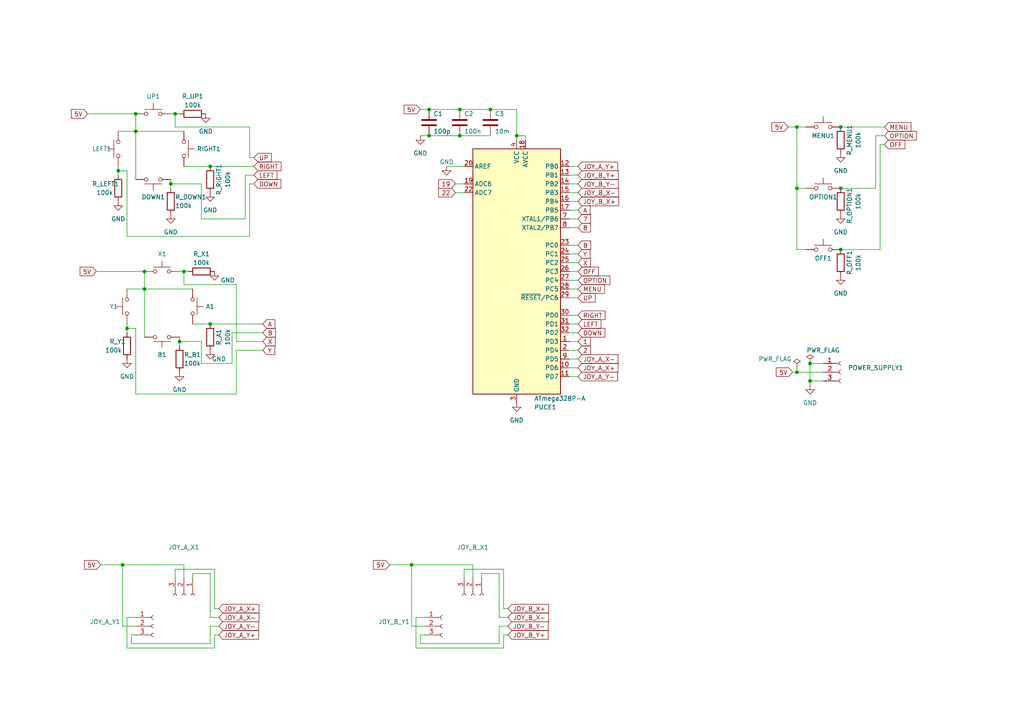
<source format=kicad_sch>
(kicad_sch (version 20211123) (generator eeschema)
  (paper "A4")
  (title_block (title "Mannette de console") (date "2022-10-23") (rev "01") (company "Thibault Tostain") (comment 1 "made by :"))
  (lib_symbols
    (symbol "Connector:Conn_01x03_Female" (pin_names (offset 1.016) hide)
      (property "Reference" "J" (at 0 5.08 0))
      (property "Value" "Conn_01x03_Female" (at 0 -5.08 0))
      (symbol "Conn_01x03_Female_1_1"
        (arc (start 0 -2.032) (mid -0.508 -2.54) (end 0 -3.048) (stroke (width 0.1524)))
        (polyline (pts (xy -1.27 -2.54) (xy -0.508 -2.54)) (stroke (width 0.1524)))
        (polyline (pts (xy -1.27 0) (xy -0.508 0)) (stroke (width 0.1524)))
        (polyline (pts (xy -1.27 2.54) (xy -0.508 2.54)) (stroke (width 0.1524)))
        (arc (start 0 0.508) (mid -0.508 0) (end 0 -0.508) (stroke (width 0.1524)))
        (arc (start 0 3.048) (mid -0.508 2.54) (end 0 2.032) (stroke (width 0.1524)))
        (pin passive line (at -5.08 2.54 0) (length 3.81) (name "Pin_1") (number "1"))
        (pin passive line (at -5.08 0 0) (length 3.81) (name "Pin_2") (number "2"))
        (pin passive line (at -5.08 -2.54 0) (length 3.81) (name "Pin_3") (number "3"))
      )
    )
    (symbol "Device:C" (pin_numbers hide) (pin_names (offset 0.254))
      (property "Reference" "C" (at 0.635 2.54 0))
      (property "Value" "C" (at 0.635 -2.54 0))
      (symbol "C_0_1"
        (polyline (pts (xy -2.032 -0.762) (xy 2.032 -0.762)) (stroke (width 0.508)))
        (polyline (pts (xy -2.032 0.762) (xy 2.032 0.762)) (stroke (width 0.508)))
      )
      (symbol "C_1_1"
        (pin passive line (at 0 3.81 270) (length 2.794) (name "~") (number "1"))
        (pin passive line (at 0 -3.81 90) (length 2.794) (name "~") (number "2"))
      )
    )
    (symbol "Device:R" (pin_numbers hide) (pin_names (offset 0))
      (property "Reference" "R" (at 2.032 0 90))
      (property "Value" "R" (at 0 0 90))
      (symbol "R_0_1"
        (rectangle (start -1.016 -2.54) (end 1.016 2.54) (stroke (width 0.254)))
      )
      (symbol "R_1_1"
        (pin passive line (at 0 3.81 270) (length 1.27) (name "~") (number "1"))
        (pin passive line (at 0 -3.81 90) (length 1.27) (name "~") (number "2"))
      )
    )
    (symbol "MCU_Microchip_ATmega:ATmega328P-A"
      (property "Reference" "U" (at -12.7 36.83 0))
      (property "Value" "ATmega328P-A" (at 2.54 -36.83 0))
      (symbol "ATmega328P-A_0_1"
        (rectangle (start -12.7 -35.56) (end 12.7 35.56) (stroke (width 0.254)) (fill (type background)))
      )
      (symbol "ATmega328P-A_1_1"
        (pin bidirectional line (at 15.24 -20.32 180) (length 2.54) (name "PD3") (number "1"))
        (pin bidirectional line (at 15.24 -27.94 180) (length 2.54) (name "PD6") (number "10"))
        (pin bidirectional line (at 15.24 -30.48 180) (length 2.54) (name "PD7") (number "11"))
        (pin bidirectional line (at 15.24 30.48 180) (length 2.54) (name "PB0") (number "12"))
        (pin bidirectional line (at 15.24 27.94 180) (length 2.54) (name "PB1") (number "13"))
        (pin bidirectional line (at 15.24 25.4 180) (length 2.54) (name "PB2") (number "14"))
        (pin bidirectional line (at 15.24 22.86 180) (length 2.54) (name "PB3") (number "15"))
        (pin bidirectional line (at 15.24 20.32 180) (length 2.54) (name "PB4") (number "16"))
        (pin bidirectional line (at 15.24 17.78 180) (length 2.54) (name "PB5") (number "17"))
        (pin power_in line (at 2.54 38.1 270) (length 2.54) (name "AVCC") (number "18"))
        (pin input line (at -15.24 25.4 0) (length 2.54) (name "ADC6") (number "19"))
        (pin bidirectional line (at 15.24 -22.86 180) (length 2.54) (name "PD4") (number "2"))
        (pin passive line (at -15.24 30.48 0) (length 2.54) (name "AREF") (number "20"))
        (pin passive line (at 0 -38.1 90) (length 2.54) hide (name "GND") (number "21"))
        (pin input line (at -15.24 22.86 0) (length 2.54) (name "ADC7") (number "22"))
        (pin bidirectional line (at 15.24 7.62 180) (length 2.54) (name "PC0") (number "23"))
        (pin bidirectional line (at 15.24 5.08 180) (length 2.54) (name "PC1") (number "24"))
        (pin bidirectional line (at 15.24 2.54 180) (length 2.54) (name "PC2") (number "25"))
        (pin bidirectional line (at 15.24 0 180) (length 2.54) (name "PC3") (number "26"))
        (pin bidirectional line (at 15.24 -2.54 180) (length 2.54) (name "PC4") (number "27"))
        (pin bidirectional line (at 15.24 -5.08 180) (length 2.54) (name "PC5") (number "28"))
        (pin bidirectional line (at 15.24 -7.62 180) (length 2.54) (name "~{RESET}/PC6") (number "29"))
        (pin power_in line (at 0 -38.1 90) (length 2.54) (name "GND") (number "3"))
        (pin bidirectional line (at 15.24 -12.7 180) (length 2.54) (name "PD0") (number "30"))
        (pin bidirectional line (at 15.24 -15.24 180) (length 2.54) (name "PD1") (number "31"))
        (pin bidirectional line (at 15.24 -17.78 180) (length 2.54) (name "PD2") (number "32"))
        (pin power_in line (at 0 38.1 270) (length 2.54) (name "VCC") (number "4"))
        (pin passive line (at 0 -38.1 90) (length 2.54) hide (name "GND") (number "5"))
        (pin passive line (at 0 38.1 270) (length 2.54) hide (name "VCC") (number "6"))
        (pin bidirectional line (at 15.24 15.24 180) (length 2.54) (name "XTAL1/PB6") (number "7"))
        (pin bidirectional line (at 15.24 12.7 180) (length 2.54) (name "XTAL2/PB7") (number "8"))
        (pin bidirectional line (at 15.24 -25.4 180) (length 2.54) (name "PD5") (number "9"))
      )
    )
    (symbol "Switch:SW_Push" (pin_numbers hide) (pin_names (offset 1.016) hide)
      (property "Reference" "SW" (at 1.27 2.54 0))
      (property "Value" "SW_Push" (at 0 -1.524 0))
      (symbol "SW_Push_0_1"
        (circle (center -2.032 0) (radius 0.508))
        (polyline (pts (xy 0 1.27) (xy 0 3.048)))
        (polyline (pts (xy 2.54 1.27) (xy -2.54 1.27)))
        (circle (center 2.032 0) (radius 0.508))
        (pin passive line (at -5.08 0 0) (length 2.54) (name "1") (number "1"))
        (pin passive line (at 5.08 0 180) (length 2.54) (name "2") (number "2"))
      )
    )
    (symbol "power:GND" (power) (pin_names (offset 0))
      (property "Value" "GND" (at 0 -3.81 0))
      (symbol "GND_0_1"
        (polyline (pts (xy 0 0) (xy 0 -1.27) (xy 1.27 -1.27) (xy 0 -2.54) (xy -1.27 -1.27) (xy 0 -1.27)))
      )
      (symbol "GND_1_1"
        (pin power_in line (at 0 0 270) (length 0) hide (name "GND") (number "1"))
      )
    )
    (symbol "power:PWR_FLAG" (power) (pin_numbers hide) (pin_names (offset 0) hide)
      (property "Value" "PWR_FLAG" (at 0 3.81 0))
      (symbol "PWR_FLAG_0_0"
        (pin power_out line (at 0 0 90) (length 0) (name "pwr") (number "1"))
      )
      (symbol "PWR_FLAG_0_1"
        (polyline (pts (xy 0 0) (xy 0 1.27) (xy -1.016 1.905) (xy 0 2.54) (xy 1.016 1.905) (xy 0 1.27)))
      )
    )
  )
  (junction (at 231.14 36.83))
  (junction (at 124.46 31.75))
  (junction (at 36.83 95.25))
  (junction (at 119.38 163.83))
  (junction (at 53.34 78.74))
  (junction (at 243.84 36.83))
  (junction (at 49.53 53.34))
  (junction (at 149.86 39.37))
  (junction (at 60.96 93.98))
  (junction (at 35.56 163.83))
  (junction (at 231.14 54.61))
  (junction (at 142.24 31.75))
  (junction (at 41.91 83.82))
  (junction (at 41.91 78.74))
  (junction (at 52.07 99.06))
  (junction (at 50.8 33.02))
  (junction (at 243.84 54.61))
  (junction (at 124.46 39.37))
  (junction (at 34.29 49.53))
  (junction (at 60.96 48.26))
  (junction (at 243.84 72.39))
  (junction (at 133.35 31.75))
  (junction (at 234.95 110.49))
  (junction (at 39.37 38.1))
  (junction (at 133.35 39.37))
  (junction (at 39.37 33.02))
  (junction (at 231.14 107.95))
  (junction (at 234.95 105.41))
  (wire (pts (xy 60.96 166.37) (xy 55.88 166.37)))
  (wire (pts (xy 231.14 107.95) (xy 231.14 106.68)))
  (wire (pts (xy 234.95 111.76) (xy 234.95 110.49)))
  (wire (pts (xy 137.16 163.83) (xy 119.38 163.83)))
  (wire (pts (xy 72.39 53.34) (xy 72.39 68.58)))
  (wire (pts (xy 165.1 93.98) (xy 167.64 93.98)))
  (wire (pts (xy 39.37 38.1) (xy 39.37 52.07)))
  (wire (pts (xy 50.8 165.1) (xy 50.8 167.64)))
  (wire (pts (xy 39.37 38.1) (xy 53.34 38.1)))
  (wire (pts (xy 35.56 181.61) (xy 35.56 163.83)))
  (wire (pts (xy 231.14 72.39) (xy 233.68 72.39)))
  (wire (pts (xy 165.1 73.66) (xy 167.64 73.66)))
  (wire (pts (xy 39.37 184.15) (xy 38.1 184.15)))
  (wire (pts (xy 58.42 105.41) (xy 58.42 99.06)))
  (wire (pts (xy 228.6 36.83) (xy 231.14 36.83)))
  (wire (pts (xy 38.1 186.69) (xy 60.96 186.69)))
  (wire (pts (xy 52.07 97.79) (xy 52.07 99.06)))
  (wire (pts (xy 165.1 53.34) (xy 167.64 53.34)))
  (wire (pts (xy 76.2 99.06) (xy 68.58 99.06)))
  (wire (pts (xy 132.08 55.88) (xy 134.62 55.88)))
  (wire (pts (xy 147.32 179.07) (xy 144.78 179.07)))
  (wire (pts (xy 68.58 82.55) (xy 53.34 82.55)))
  (wire (pts (xy 152.4 40.64) (xy 152.4 39.37)))
  (wire (pts (xy 165.1 81.28) (xy 167.64 81.28)))
  (wire (pts (xy 165.1 104.14) (xy 167.64 104.14)))
  (wire (pts (xy 49.53 52.07) (xy 49.53 53.34)))
  (wire (pts (xy 53.34 78.74) (xy 54.61 78.74)))
  (wire (pts (xy 165.1 55.88) (xy 167.64 55.88)))
  (wire (pts (xy 243.84 36.83) (xy 256.54 36.83)))
  (wire (pts (xy 58.42 63.5) (xy 58.42 53.34)))
  (wire (pts (xy 50.8 36.83) (xy 50.8 33.02)))
  (wire (pts (xy 123.19 184.15) (xy 121.92 184.15)))
  (wire (pts (xy 137.16 167.64) (xy 137.16 163.83)))
  (wire (pts (xy 52.07 78.74) (xy 53.34 78.74)))
  (wire (pts (xy 149.86 39.37) (xy 152.4 39.37)))
  (wire (pts (xy 255.27 72.39) (xy 243.84 72.39)))
  (wire (pts (xy 231.14 36.83) (xy 233.68 36.83)))
  (wire (pts (xy 53.34 163.83) (xy 35.56 163.83)))
  (wire (pts (xy 165.1 96.52) (xy 167.64 96.52)))
  (wire (pts (xy 123.19 181.61) (xy 119.38 181.61)))
  (wire (pts (xy 144.78 181.61) (xy 147.32 181.61)))
  (wire (pts (xy 165.1 78.74) (xy 167.64 78.74)))
  (wire (pts (xy 39.37 95.25) (xy 36.83 95.25)))
  (wire (pts (xy 60.96 181.61) (xy 60.96 186.69)))
  (wire (pts (xy 149.86 31.75) (xy 142.24 31.75)))
  (wire (pts (xy 36.83 95.25) (xy 36.83 96.52)))
  (wire (pts (xy 144.78 181.61) (xy 144.78 186.69)))
  (wire (pts (xy 73.66 50.8) (xy 71.12 50.8)))
  (wire (pts (xy 132.08 53.34) (xy 134.62 53.34)))
  (wire (pts (xy 41.91 83.82) (xy 41.91 97.79)))
  (wire (pts (xy 120.65 179.07) (xy 123.19 179.07)))
  (wire (pts (xy 34.29 48.26) (xy 34.29 49.53)))
  (wire (pts (xy 165.1 91.44) (xy 167.64 91.44)))
  (wire (pts (xy 165.1 76.2) (xy 167.64 76.2)))
  (wire (pts (xy 165.1 99.06) (xy 167.64 99.06)))
  (wire (pts (xy 165.1 86.36) (xy 167.64 86.36)))
  (wire (pts (xy 53.34 82.55) (xy 53.34 78.74)))
  (wire (pts (xy 72.39 68.58) (xy 36.83 68.58)))
  (wire (pts (xy 53.34 167.64) (xy 53.34 163.83)))
  (wire (pts (xy 62.23 165.1) (xy 50.8 165.1)))
  (wire (pts (xy 146.05 184.15) (xy 146.05 187.96)))
  (wire (pts (xy 36.83 83.82) (xy 41.91 83.82)))
  (wire (pts (xy 144.78 179.07) (xy 144.78 166.37)))
  (wire (pts (xy 73.66 53.34) (xy 72.39 53.34)))
  (wire (pts (xy 35.56 163.83) (xy 29.21 163.83)))
  (wire (pts (xy 165.1 106.68) (xy 167.64 106.68)))
  (wire (pts (xy 60.96 93.98) (xy 76.2 93.98)))
  (wire (pts (xy 165.1 101.6) (xy 167.64 101.6)))
  (wire (pts (xy 124.46 39.37) (xy 133.35 39.37)))
  (wire (pts (xy 165.1 60.96) (xy 167.64 60.96)))
  (wire (pts (xy 55.88 166.37) (xy 55.88 167.64)))
  (wire (pts (xy 55.88 93.98) (xy 60.96 93.98)))
  (wire (pts (xy 165.1 63.5) (xy 167.64 63.5)))
  (wire (pts (xy 76.2 101.6) (xy 68.58 101.6)))
  (wire (pts (xy 147.32 184.15) (xy 146.05 184.15)))
  (wire (pts (xy 229.87 107.95) (xy 231.14 107.95)))
  (wire (pts (xy 254 54.61) (xy 243.84 54.61)))
  (wire (pts (xy 133.35 31.75) (xy 142.24 31.75)))
  (wire (pts (xy 68.58 114.3) (xy 39.37 114.3)))
  (wire (pts (xy 41.91 83.82) (xy 55.88 83.82)))
  (wire (pts (xy 62.23 184.15) (xy 62.23 187.96)))
  (wire (pts (xy 255.27 41.91) (xy 255.27 72.39)))
  (wire (pts (xy 27.94 78.74) (xy 41.91 78.74)))
  (wire (pts (xy 58.42 99.06) (xy 52.07 99.06)))
  (wire (pts (xy 68.58 99.06) (xy 68.58 82.55)))
  (wire (pts (xy 67.31 105.41) (xy 58.42 105.41)))
  (wire (pts (xy 72.39 45.72) (xy 72.39 36.83)))
  (wire (pts (xy 36.83 187.96) (xy 36.83 179.07)))
  (wire (pts (xy 34.29 49.53) (xy 34.29 50.8)))
  (wire (pts (xy 50.8 33.02) (xy 52.07 33.02)))
  (wire (pts (xy 133.35 39.37) (xy 142.24 39.37)))
  (wire (pts (xy 231.14 107.95) (xy 238.76 107.95)))
  (wire (pts (xy 38.1 184.15) (xy 38.1 186.69)))
  (wire (pts (xy 165.1 83.82) (xy 167.64 83.82)))
  (wire (pts (xy 234.95 105.41) (xy 238.76 105.41)))
  (wire (pts (xy 149.86 31.75) (xy 149.86 39.37)))
  (wire (pts (xy 36.83 49.53) (xy 34.29 49.53)))
  (wire (pts (xy 134.62 165.1) (xy 134.62 167.64)))
  (wire (pts (xy 63.5 179.07) (xy 60.96 179.07)))
  (wire (pts (xy 234.95 105.41) (xy 234.95 110.49)))
  (wire (pts (xy 49.53 33.02) (xy 50.8 33.02)))
  (wire (pts (xy 129.54 48.26) (xy 134.62 48.26)))
  (wire (pts (xy 60.96 48.26) (xy 73.66 48.26)))
  (wire (pts (xy 39.37 114.3) (xy 39.37 95.25)))
  (wire (pts (xy 256.54 39.37) (xy 254 39.37)))
  (wire (pts (xy 139.7 166.37) (xy 139.7 167.64)))
  (wire (pts (xy 60.96 181.61) (xy 63.5 181.61)))
  (wire (pts (xy 120.65 187.96) (xy 120.65 179.07)))
  (wire (pts (xy 52.07 99.06) (xy 52.07 100.33)))
  (wire (pts (xy 71.12 63.5) (xy 58.42 63.5)))
  (wire (pts (xy 62.23 176.53) (xy 62.23 165.1)))
  (wire (pts (xy 49.53 53.34) (xy 49.53 54.61)))
  (wire (pts (xy 165.1 48.26) (xy 167.64 48.26)))
  (wire (pts (xy 53.34 48.26) (xy 60.96 48.26)))
  (wire (pts (xy 60.96 179.07) (xy 60.96 166.37)))
  (wire (pts (xy 121.92 184.15) (xy 121.92 186.69)))
  (wire (pts (xy 146.05 165.1) (xy 134.62 165.1)))
  (wire (pts (xy 25.4 33.02) (xy 39.37 33.02)))
  (wire (pts (xy 72.39 36.83) (xy 50.8 36.83)))
  (wire (pts (xy 165.1 50.8) (xy 167.64 50.8)))
  (wire (pts (xy 165.1 66.04) (xy 167.64 66.04)))
  (wire (pts (xy 119.38 181.61) (xy 119.38 163.83)))
  (wire (pts (xy 149.86 39.37) (xy 149.86 40.64)))
  (wire (pts (xy 34.29 38.1) (xy 39.37 38.1)))
  (wire (pts (xy 62.23 187.96) (xy 36.83 187.96)))
  (wire (pts (xy 146.05 176.53) (xy 146.05 165.1)))
  (wire (pts (xy 121.92 186.69) (xy 144.78 186.69)))
  (wire (pts (xy 234.95 110.49) (xy 238.76 110.49)))
  (wire (pts (xy 39.37 181.61) (xy 35.56 181.61)))
  (wire (pts (xy 147.32 176.53) (xy 146.05 176.53)))
  (wire (pts (xy 68.58 101.6) (xy 68.58 114.3)))
  (wire (pts (xy 71.12 50.8) (xy 71.12 63.5)))
  (wire (pts (xy 165.1 58.42) (xy 167.64 58.42)))
  (wire (pts (xy 124.46 31.75) (xy 133.35 31.75)))
  (wire (pts (xy 231.14 54.61) (xy 233.68 54.61)))
  (wire (pts (xy 121.92 31.75) (xy 124.46 31.75)))
  (wire (pts (xy 39.37 33.02) (xy 39.37 38.1)))
  (wire (pts (xy 165.1 71.12) (xy 167.64 71.12)))
  (wire (pts (xy 36.83 179.07) (xy 39.37 179.07)))
  (wire (pts (xy 36.83 68.58) (xy 36.83 49.53)))
  (wire (pts (xy 121.92 39.37) (xy 124.46 39.37)))
  (wire (pts (xy 63.5 176.53) (xy 62.23 176.53)))
  (wire (pts (xy 119.38 163.83) (xy 113.03 163.83)))
  (wire (pts (xy 254 39.37) (xy 254 54.61)))
  (wire (pts (xy 256.54 41.91) (xy 255.27 41.91)))
  (wire (pts (xy 146.05 187.96) (xy 120.65 187.96)))
  (wire (pts (xy 41.91 78.74) (xy 41.91 83.82)))
  (wire (pts (xy 231.14 36.83) (xy 231.14 54.61)))
  (wire (pts (xy 73.66 45.72) (xy 72.39 45.72)))
  (wire (pts (xy 67.31 96.52) (xy 67.31 105.41)))
  (wire (pts (xy 76.2 96.52) (xy 67.31 96.52)))
  (wire (pts (xy 58.42 53.34) (xy 49.53 53.34)))
  (wire (pts (xy 63.5 184.15) (xy 62.23 184.15)))
  (wire (pts (xy 144.78 166.37) (xy 139.7 166.37)))
  (wire (pts (xy 165.1 109.22) (xy 167.64 109.22)))
  (wire (pts (xy 231.14 54.61) (xy 231.14 72.39)))
  (wire (pts (xy 36.83 93.98) (xy 36.83 95.25)))
  (global_label "5V" (shape input) (at 229.87 107.95 180) (property "Intersheet References" "${INTERSHEET_REFS}" (effects hide)))
  (global_label "A" (shape input) (at 167.64 60.96 0) (property "Intersheet References" "${INTERSHEET_REFS}" (effects hide)))
  (global_label "OFF" (shape input) (at 167.64 78.74 0) (property "Intersheet References" "${INTERSHEET_REFS}" (effects hide)))
  (global_label "JOY_B_Y+" (shape input) (at 167.64 50.8 0) (property "Intersheet References" "${INTERSHEET_REFS}" (effects hide)))
  (global_label "DOWN" (shape input) (at 73.66 53.34 0) (property "Intersheet References" "${INTERSHEET_REFS}" (effects hide)))
  (global_label "JOY_A_X-" (shape input) (at 167.64 104.14 0) (property "Intersheet References" "${INTERSHEET_REFS}" (effects hide)))
  (global_label "Y" (shape input) (at 76.2 101.6 0) (property "Intersheet References" "${INTERSHEET_REFS}" (effects hide)))
  (global_label "OPTION" (shape input) (at 256.54 39.37 0) (property "Intersheet References" "${INTERSHEET_REFS}" (effects hide)))
  (global_label "JOY_A_Y+" (shape input) (at 63.5 184.15 0) (property "Intersheet References" "${INTERSHEET_REFS}" (effects hide)))
  (global_label "JOY_B_Y-" (shape input) (at 147.32 181.61 0) (property "Intersheet References" "${INTERSHEET_REFS}" (effects hide)))
  (global_label "JOY_A_X+" (shape input) (at 63.5 176.53 0) (property "Intersheet References" "${INTERSHEET_REFS}" (effects hide)))
  (global_label "7" (shape input) (at 167.64 63.5 0) (property "Intersheet References" "${INTERSHEET_REFS}" (effects hide)))
  (global_label "JOY_A_X-" (shape input) (at 63.5 179.07 0) (property "Intersheet References" "${INTERSHEET_REFS}" (effects hide)))
  (global_label "Y" (shape input) (at 167.64 73.66 0) (property "Intersheet References" "${INTERSHEET_REFS}" (effects hide)))
  (global_label "JOY_A_Y+" (shape input) (at 167.64 48.26 0) (property "Intersheet References" "${INTERSHEET_REFS}" (effects hide)))
  (global_label "JOY_A_Y-" (shape input) (at 63.5 181.61 0) (property "Intersheet References" "${INTERSHEET_REFS}" (effects hide)))
  (global_label "5V" (shape input) (at 121.92 31.75 180) (property "Intersheet References" "${INTERSHEET_REFS}" (effects hide)))
  (global_label "X" (shape input) (at 167.64 76.2 0) (property "Intersheet References" "${INTERSHEET_REFS}" (effects hide)))
  (global_label "OFF" (shape input) (at 256.54 41.91 0) (property "Intersheet References" "${INTERSHEET_REFS}" (effects hide)))
  (global_label "A" (shape input) (at 76.2 93.98 0) (property "Intersheet References" "${INTERSHEET_REFS}" (effects hide)))
  (global_label "JOY_B_X+" (shape input) (at 147.32 176.53 0) (property "Intersheet References" "${INTERSHEET_REFS}" (effects hide)))
  (global_label "MENU" (shape input) (at 256.54 36.83 0) (property "Intersheet References" "${INTERSHEET_REFS}" (effects hide)))
  (global_label "5V" (shape input) (at 25.4 33.02 180) (property "Intersheet References" "${INTERSHEET_REFS}" (effects hide)))
  (global_label "JOY_B_X+" (shape input) (at 167.64 58.42 0) (property "Intersheet References" "${INTERSHEET_REFS}" (effects hide)))
  (global_label "B" (shape input) (at 76.2 96.52 0) (property "Intersheet References" "${INTERSHEET_REFS}" (effects hide)))
  (global_label "X" (shape input) (at 76.2 99.06 0) (property "Intersheet References" "${INTERSHEET_REFS}" (effects hide)))
  (global_label "JOY_B_X-" (shape input) (at 147.32 179.07 0) (property "Intersheet References" "${INTERSHEET_REFS}" (effects hide)))
  (global_label "8" (shape input) (at 167.64 66.04 0) (property "Intersheet References" "${INTERSHEET_REFS}" (effects hide)))
  (global_label "LEFT" (shape input) (at 73.66 50.8 0) (property "Intersheet References" "${INTERSHEET_REFS}" (effects hide)))
  (global_label "19" (shape input) (at 132.08 53.34 180) (property "Intersheet References" "${INTERSHEET_REFS}" (effects hide)))
  (global_label "MENU" (shape input) (at 167.64 83.82 0) (property "Intersheet References" "${INTERSHEET_REFS}" (effects hide)))
  (global_label "1" (shape input) (at 167.64 99.06 0) (property "Intersheet References" "${INTERSHEET_REFS}" (effects hide)))
  (global_label "2" (shape input) (at 167.64 101.6 0) (property "Intersheet References" "${INTERSHEET_REFS}" (effects hide)))
  (global_label "22" (shape input) (at 132.08 55.88 180) (property "Intersheet References" "${INTERSHEET_REFS}" (effects hide)))
  (global_label "RIGHT" (shape input) (at 167.64 91.44 0) (property "Intersheet References" "${INTERSHEET_REFS}" (effects hide)))
  (global_label "JOY_B_Y-" (shape input) (at 167.64 53.34 0) (property "Intersheet References" "${INTERSHEET_REFS}" (effects hide)))
  (global_label "5V" (shape input) (at 27.94 78.74 180) (property "Intersheet References" "${INTERSHEET_REFS}" (effects hide)))
  (global_label "B" (shape input) (at 167.64 71.12 0) (property "Intersheet References" "${INTERSHEET_REFS}" (effects hide)))
  (global_label "UP" (shape input) (at 73.66 45.72 0) (property "Intersheet References" "${INTERSHEET_REFS}" (effects hide)))
  (global_label "5V" (shape input) (at 29.21 163.83 180) (property "Intersheet References" "${INTERSHEET_REFS}" (effects hide)))
  (global_label "5V" (shape input) (at 228.6 36.83 180) (property "Intersheet References" "${INTERSHEET_REFS}" (effects hide)))
  (global_label "JOY_A_Y-" (shape input) (at 167.64 109.22 0) (property "Intersheet References" "${INTERSHEET_REFS}" (effects hide)))
  (global_label "UP" (shape input) (at 167.64 86.36 0) (property "Intersheet References" "${INTERSHEET_REFS}" (effects hide)))
  (global_label "JOY_B_X-" (shape input) (at 167.64 55.88 0) (property "Intersheet References" "${INTERSHEET_REFS}" (effects hide)))
  (global_label "JOY_B_Y+" (shape input) (at 147.32 184.15 0) (property "Intersheet References" "${INTERSHEET_REFS}" (effects hide)))
  (global_label "RIGHT" (shape input) (at 73.66 48.26 0) (property "Intersheet References" "${INTERSHEET_REFS}" (effects hide)))
  (global_label "JOY_A_X+" (shape input) (at 167.64 106.68 0) (property "Intersheet References" "${INTERSHEET_REFS}" (effects hide)))
  (global_label "5V" (shape input) (at 113.03 163.83 180) (property "Intersheet References" "${INTERSHEET_REFS}" (effects hide)))
  (global_label "OPTION" (shape input) (at 167.64 81.28 0) (property "Intersheet References" "${INTERSHEET_REFS}" (effects hide)))
  (global_label "DOWN" (shape input) (at 167.64 96.52 0) (property "Intersheet References" "${INTERSHEET_REFS}" (effects hide)))
  (global_label "LEFT" (shape input) (at 167.64 93.98 0) (property "Intersheet References" "${INTERSHEET_REFS}" (effects hide)))
  (symbol (lib_id "Device:R") (at 60.96 97.79 0) (unit 1)
    (property "Reference" "R_A1" (at 63.5 97.79 90))
    (property "Value" "100k" (at 66.04 97.79 90))
    (property "Footprint" "Resistor_THT:R_Axial_DIN0411_L9.9mm_D3.6mm_P15.24mm_Horizontal" (effects hide))
  )
  (symbol (lib_id "Switch:SW_Push") (at 46.99 97.79 180) (unit 1)
    (property "Reference" "B1" (at 46.99 102.87 0))
    (property "Value" "SW_Push" (effects hide))
    (property "Footprint" "Button_Switch_THT:SW_PUSH_6mm_H9.5mm" (effects hide))
  )
  (symbol (lib_id "power:GND") (at 49.53 62.23 0) (unit 1)
    (property "Reference" "#PWR02" (effects hide))
    (property "Value" "GND" (at 49.53 67.31 0))
  )
  (symbol (lib_id "power:PWR_FLAG") (at 234.95 105.41 0) (unit 1)
    (property "Reference" "#FLG0102" (effects hide))
    (property "Value" "PWR_FLAG" (at 238.76 101.6 0))
  )
  (symbol (lib_id "Connector:Conn_01x03_Female") (at 44.45 181.61 0) (unit 1)
    (property "Reference" "JOY_A_Y1" (at 30.48 180.34 0))
    (property "Value" "Conn_01x03_Female" (effects hide))
    (property "Footprint" "Connector_Wire:SolderWire-0.15sqmm_1x03_P4mm_D0.5mm_OD1.5mm" (effects hide))
  )
  (symbol (lib_id "Connector:Conn_01x03_Female") (at 128.27 181.61 0) (unit 1)
    (property "Reference" "JOY_B_Y1" (at 114.3 180.34 0))
    (property "Value" "Conn_01x03_Female" (effects hide))
    (property "Footprint" "Connector_Wire:SolderWire-0.15sqmm_1x03_P4mm_D0.5mm_OD1.5mm" (effects hide))
  )
  (symbol (lib_id "Device:R") (at 36.83 100.33 180) (unit 1)
    (property "Reference" "R_Y1" (at 31.75 99.06 0) (effects (justify right)))
    (property "Value" "100k" (at 30.48 101.6 0) (effects (justify right)))
    (property "Footprint" "Resistor_THT:R_Axial_DIN0411_L9.9mm_D3.6mm_P15.24mm_Horizontal" (effects hide))
  )
  (symbol (lib_id "Device:C") (at 142.24 35.56 0) (unit 1)
    (property "Reference" "C3" (at 143.51 33.02 0) (effects (justify left)))
    (property "Value" "10m" (at 143.51 38.1 0) (effects (justify left)))
    (property "Footprint" "Capacitor_THT:CP_Radial_D5.0mm_P2.50mm" (effects hide))
  )
  (symbol (lib_id "Switch:SW_Push") (at 36.83 88.9 90) (unit 1)
    (property "Reference" "Y1" (at 31.75 88.9 90) (effects (justify right)))
    (property "Value" "SW_Push" (effects hide))
    (property "Footprint" "Button_Switch_THT:SW_PUSH_6mm_H9.5mm" (effects hide))
  )
  (symbol (lib_id "power:GND") (at 243.84 44.45 0) (unit 1)
    (property "Reference" "#PWR05" (effects hide))
    (property "Value" "GND" (at 243.84 49.53 0))
  )
  (symbol (lib_id "Device:R") (at 243.84 40.64 0) (unit 1)
    (property "Reference" "R_MENU1" (at 246.38 40.64 90))
    (property "Value" "100k" (at 248.92 40.64 90))
    (property "Footprint" "Resistor_THT:R_Axial_DIN0411_L9.9mm_D3.6mm_P15.24mm_Horizontal" (effects hide))
  )
  (symbol (lib_id "Switch:SW_Push") (at 53.34 43.18 270) (unit 1)
    (property "Reference" "RIGHT1" (at 57.15 43.18 90) (effects (justify left)))
    (property "Value" "SW_Push" (effects hide))
    (property "Footprint" "Button_Switch_THT:SW_PUSH_6mm_H9.5mm" (effects hide))
  )
  (symbol (lib_id "power:PWR_FLAG") (at 231.14 106.68 0) (unit 1)
    (property "Reference" "#FLG0101" (effects hide))
    (property "Value" "PWR_FLAG" (at 224.79 104.14 0))
  )
  (symbol (lib_id "power:GND") (at 60.96 55.88 0) (unit 1)
    (property "Reference" "#PWR04" (effects hide))
    (property "Value" "GND" (at 60.96 60.96 0))
  )
  (symbol (lib_id "power:GND") (at 121.92 39.37 0) (unit 1)
    (property "Reference" "#PWR013" (effects hide))
    (property "Value" "GND" (at 121.92 44.45 0))
  )
  (symbol (lib_id "Device:R") (at 243.84 58.42 0) (unit 1)
    (property "Reference" "R_OPTION1" (at 246.38 59.69 90))
    (property "Value" "100k" (at 248.92 58.42 90))
    (property "Footprint" "Resistor_THT:R_Axial_DIN0411_L9.9mm_D3.6mm_P15.24mm_Horizontal" (effects hide))
  )
  (symbol (lib_id "power:GND") (at 52.07 107.95 0) (unit 1)
    (property "Reference" "#PWR010" (effects hide))
    (property "Value" "GND" (at 52.07 113.03 0))
  )
  (symbol (lib_id "Switch:SW_Push") (at 238.76 72.39 0) (unit 1)
    (property "Reference" "OFF1" (at 238.76 74.93 0))
    (property "Value" "SW_Push" (effects hide))
    (property "Footprint" "Button_Switch_THT:SW_PUSH_6mm_H9.5mm" (effects hide))
  )
  (symbol (lib_id "Device:C") (at 133.35 35.56 0) (unit 1)
    (property "Reference" "C2" (at 134.62 33.02 0) (effects (justify left)))
    (property "Value" "100n" (at 134.62 38.1 0) (effects (justify left)))
    (property "Footprint" "Capacitor_THT:CP_Radial_D5.0mm_P2.50mm" (effects hide))
  )
  (symbol (lib_id "power:GND") (at 36.83 104.14 0) (unit 1)
    (property "Reference" "#PWR09" (effects hide))
    (property "Value" "GND" (at 36.83 109.22 0))
  )
  (symbol (lib_id "power:GND") (at 129.54 48.26 0) (unit 1)
    (property "Reference" "#PWR014" (effects hide))
    (property "Value" "GND" (at 129.54 46.99 0))
  )
  (symbol (lib_id "Connector:Conn_01x03_Female") (at 137.16 172.72 270) (unit 1)
    (property "Reference" "JOY_B_X1" (at 137.16 158.75 90))
    (property "Value" "Conn_01x03_Female" (effects hide))
    (property "Footprint" "Connector_Wire:SolderWire-0.15sqmm_1x03_P4mm_D0.5mm_OD1.5mm" (effects hide))
  )
  (symbol (lib_id "Device:R") (at 52.07 104.14 180) (unit 1)
    (property "Reference" "R_B1" (at 53.34 102.87 0) (effects (justify right)))
    (property "Value" "100k" (at 53.34 105.41 0) (effects (justify right)))
    (property "Footprint" "Resistor_THT:R_Axial_DIN0411_L9.9mm_D3.6mm_P15.24mm_Horizontal" (effects hide))
  )
  (symbol (lib_id "Connector:Conn_01x03_Female") (at 243.84 107.95 0) (unit 1)
    (property "Reference" "POWER_SUPPLY1" (at 254 106.68 0))
    (property "Value" "Conn_01x03_Female" (effects hide))
    (property "Footprint" "Connector_Wire:SolderWire-0.15sqmm_1x03_P4mm_D0.5mm_OD1.5mm" (effects hide))
  )
  (symbol (lib_id "Switch:SW_Push") (at 46.99 78.74 0) (unit 1)
    (property "Reference" "X1" (at 46.99 73.66 0))
    (property "Value" "SW_Push" (effects hide))
    (property "Footprint" "Button_Switch_THT:SW_PUSH_6mm_H9.5mm" (effects hide))
  )
  (symbol (lib_id "Device:R") (at 34.29 54.61 180) (unit 1)
    (property "Reference" "R_LEFT1" (at 26.67 53.34 0) (effects (justify right)))
    (property "Value" "100k" (at 27.94 55.88 0) (effects (justify right)))
    (property "Footprint" "Resistor_THT:R_Axial_DIN0411_L9.9mm_D3.6mm_P15.24mm_Horizontal" (effects hide))
  )
  (symbol (lib_id "Device:R") (at 55.88 33.02 270) (unit 1)
    (property "Reference" "R_UP1" (at 55.88 27.94 90))
    (property "Value" "100k" (at 55.88 30.48 90))
    (property "Footprint" "Resistor_THT:R_Axial_DIN0411_L9.9mm_D3.6mm_P15.24mm_Horizontal" (effects hide))
  )
  (symbol (lib_id "power:GND") (at 62.23 78.74 0) (unit 1)
    (property "Reference" "#PWR012" (effects hide))
    (property "Value" "GND" (at 66.04 81.28 0))
  )
  (symbol (lib_id "power:GND") (at 243.84 62.23 0) (unit 1)
    (property "Reference" "#PWR06" (effects hide))
    (property "Value" "GND" (at 243.84 67.31 0))
  )
  (symbol (lib_id "Switch:SW_Push") (at 238.76 54.61 0) (unit 1)
    (property "Reference" "OPTION1" (at 238.76 57.15 0))
    (property "Value" "SW_Push" (effects hide))
    (property "Footprint" "Button_Switch_THT:SW_PUSH_6mm_H9.5mm" (effects hide))
  )
  (symbol (lib_id "power:GND") (at 34.29 58.42 0) (unit 1)
    (property "Reference" "#PWR01" (effects hide))
    (property "Value" "GND" (at 34.29 63.5 0))
  )
  (symbol (lib_id "Switch:SW_Push") (at 34.29 43.18 90) (unit 1)
    (property "Reference" "LEFT1" (at 26.67 43.18 90) (effects (justify right)))
    (property "Value" "SW_Push" (effects hide))
    (property "Footprint" "Button_Switch_THT:SW_PUSH_6mm_H9.5mm" (effects hide))
  )
  (symbol (lib_id "Switch:SW_Push") (at 44.45 33.02 0) (unit 1)
    (property "Reference" "UP1" (at 44.45 27.94 0))
    (property "Value" "SW_Push" (effects hide))
    (property "Footprint" "Button_Switch_THT:SW_PUSH_6mm_H9.5mm" (effects hide))
  )
  (symbol (lib_id "Device:R") (at 49.53 58.42 180) (unit 1)
    (property "Reference" "R_DOWN1" (at 50.8 57.15 0) (effects (justify right)))
    (property "Value" "100k" (at 50.8 59.69 0) (effects (justify right)))
    (property "Footprint" "Resistor_THT:R_Axial_DIN0411_L9.9mm_D3.6mm_P15.24mm_Horizontal" (effects hide))
  )
  (symbol (lib_id "Device:R") (at 58.42 78.74 270) (unit 1)
    (property "Reference" "R_X1" (at 58.42 73.66 90))
    (property "Value" "100k" (at 58.42 76.2 90))
    (property "Footprint" "Resistor_THT:R_Axial_DIN0411_L9.9mm_D3.6mm_P15.24mm_Horizontal" (effects hide))
  )
  (symbol (lib_id "power:GND") (at 234.95 111.76 0) (unit 1)
    (property "Reference" "#PWR0101" (effects hide))
    (property "Value" "GND" (at 234.95 116.84 0))
  )
  (symbol (lib_id "Device:R") (at 60.96 52.07 0) (unit 1)
    (property "Reference" "R_RIGHT1" (at 63.5 52.07 90))
    (property "Value" "100k" (at 66.04 52.07 90))
    (property "Footprint" "Resistor_THT:R_Axial_DIN0411_L9.9mm_D3.6mm_P15.24mm_Horizontal" (effects hide))
  )
  (symbol (lib_id "Switch:SW_Push") (at 238.76 36.83 0) (unit 1)
    (property "Reference" "MENU1" (at 238.76 39.37 0))
    (property "Value" "SW_Push" (effects hide))
    (property "Footprint" "Button_Switch_THT:SW_PUSH_6mm_H9.5mm" (effects hide))
  )
  (symbol (lib_id "MCU_Microchip_ATmega:ATmega328P-A") (at 149.86 78.74 0) (unit 1)
    (property "Reference" "PUCE1" (at 154.94 118.11 0) (effects (justify left)))
    (property "Value" "ATmega328P-A" (at 154.94 115.57 0) (effects (justify left)))
    (property "Footprint" "Package_QFP:TQFP-32_7x7mm_P0.8mm" (effects hide))
    (property "Datasheet" "http://ww1.microchip.com/downloads/en/DeviceDoc/ATmega328_P%20AVR%20MCU%20with%20picoPower%20Technology%20Data%20Sheet%2040001984A.pdf" (effects hide))
  )
  (symbol (lib_id "Connector:Conn_01x03_Female") (at 53.34 172.72 270) (unit 1)
    (property "Reference" "JOY_A_X1" (at 53.34 158.75 90))
    (property "Value" "Conn_01x03_Female" (effects hide))
    (property "Footprint" "Connector_Wire:SolderWire-0.15sqmm_1x03_P4mm_D0.5mm_OD1.5mm" (effects hide))
  )
  (symbol (lib_id "power:GND") (at 243.84 80.01 0) (unit 1)
    (property "Reference" "#PWR07" (effects hide))
    (property "Value" "GND" (at 243.84 85.09 0))
  )
  (symbol (lib_id "Device:R") (at 243.84 76.2 0) (unit 1)
    (property "Reference" "R_OFF1" (at 246.38 76.2 90))
    (property "Value" "100k" (at 248.92 76.2 90))
    (property "Footprint" "Resistor_THT:R_Axial_DIN0411_L9.9mm_D3.6mm_P15.24mm_Horizontal" (effects hide))
  )
  (symbol (lib_id "Switch:SW_Push") (at 44.45 52.07 180) (unit 1)
    (property "Reference" "DOWN1" (at 44.45 57.15 0))
    (property "Value" "SW_Push" (effects hide))
    (property "Footprint" "Button_Switch_THT:SW_PUSH_6mm_H9.5mm" (effects hide))
  )
  (symbol (lib_id "power:GND") (at 60.96 101.6 0) (unit 1)
    (property "Reference" "#PWR011" (effects hide))
    (property "Value" "GND" (at 63.5 104.14 0))
  )
  (symbol (lib_id "Device:C") (at 124.46 35.56 0) (unit 1)
    (property "Reference" "C1" (at 125.73 33.02 0) (effects (justify left)))
    (property "Value" "100p" (at 125.73 38.1 0) (effects (justify left)))
    (property "Footprint" "Capacitor_THT:CP_Radial_D5.0mm_P2.50mm" (effects hide))
  )
  (symbol (lib_id "power:GND") (at 149.86 116.84 0) (unit 1)
    (property "Reference" "#PWR08" (effects hide))
    (property "Value" "GND" (at 149.86 121.92 0))
  )
  (symbol (lib_id "Switch:SW_Push") (at 55.88 88.9 270) (unit 1)
    (property "Reference" "A1" (at 59.69 88.9 90) (effects (justify left)))
    (property "Value" "SW_Push" (effects hide))
    (property "Footprint" "Button_Switch_THT:SW_PUSH_6mm_H9.5mm" (effects hide))
  )
  (symbol (lib_id "power:GND") (at 59.69 33.02 0) (unit 1)
    (property "Reference" "#PWR03" (effects hide))
    (property "Value" "GND" (at 59.69 38.1 0))
  )
)
</source>
